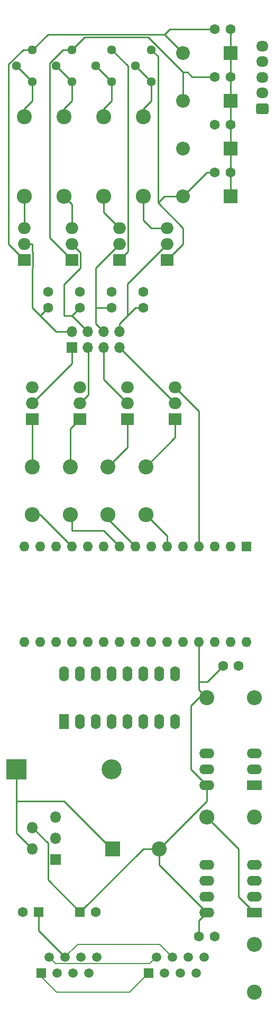
<source format=gbl>
G04 #@! TF.GenerationSoftware,KiCad,Pcbnew,8.0.4*
G04 #@! TF.CreationDate,2024-09-09T15:56:08+02:00*
G04 #@! TF.ProjectId,dmx_to_pwm,646d785f-746f-45f7-9077-6d2e6b696361,rev?*
G04 #@! TF.SameCoordinates,Original*
G04 #@! TF.FileFunction,Copper,L2,Bot*
G04 #@! TF.FilePolarity,Positive*
%FSLAX46Y46*%
G04 Gerber Fmt 4.6, Leading zero omitted, Abs format (unit mm)*
G04 Created by KiCad (PCBNEW 8.0.4) date 2024-09-09 15:56:08*
%MOMM*%
%LPD*%
G01*
G04 APERTURE LIST*
G04 Aperture macros list*
%AMRoundRect*
0 Rectangle with rounded corners*
0 $1 Rounding radius*
0 $2 $3 $4 $5 $6 $7 $8 $9 X,Y pos of 4 corners*
0 Add a 4 corners polygon primitive as box body*
4,1,4,$2,$3,$4,$5,$6,$7,$8,$9,$2,$3,0*
0 Add four circle primitives for the rounded corners*
1,1,$1+$1,$2,$3*
1,1,$1+$1,$4,$5*
1,1,$1+$1,$6,$7*
1,1,$1+$1,$8,$9*
0 Add four rect primitives between the rounded corners*
20,1,$1+$1,$2,$3,$4,$5,0*
20,1,$1+$1,$4,$5,$6,$7,0*
20,1,$1+$1,$6,$7,$8,$9,0*
20,1,$1+$1,$8,$9,$2,$3,0*%
G04 Aperture macros list end*
G04 #@! TA.AperFunction,ComponentPad*
%ADD10C,1.600000*%
G04 #@! TD*
G04 #@! TA.AperFunction,ComponentPad*
%ADD11R,2.200000X2.200000*%
G04 #@! TD*
G04 #@! TA.AperFunction,ComponentPad*
%ADD12O,2.200000X2.200000*%
G04 #@! TD*
G04 #@! TA.AperFunction,ComponentPad*
%ADD13C,1.440000*%
G04 #@! TD*
G04 #@! TA.AperFunction,ComponentPad*
%ADD14R,1.600000X1.600000*%
G04 #@! TD*
G04 #@! TA.AperFunction,ComponentPad*
%ADD15O,3.200000X3.200000*%
G04 #@! TD*
G04 #@! TA.AperFunction,ComponentPad*
%ADD16R,3.200000X3.200000*%
G04 #@! TD*
G04 #@! TA.AperFunction,ComponentPad*
%ADD17C,2.400000*%
G04 #@! TD*
G04 #@! TA.AperFunction,ComponentPad*
%ADD18O,2.400000X2.400000*%
G04 #@! TD*
G04 #@! TA.AperFunction,ComponentPad*
%ADD19R,2.000000X1.905000*%
G04 #@! TD*
G04 #@! TA.AperFunction,ComponentPad*
%ADD20O,2.000000X1.905000*%
G04 #@! TD*
G04 #@! TA.AperFunction,ComponentPad*
%ADD21C,1.500000*%
G04 #@! TD*
G04 #@! TA.AperFunction,ComponentPad*
%ADD22R,1.500000X1.500000*%
G04 #@! TD*
G04 #@! TA.AperFunction,ComponentPad*
%ADD23R,1.600000X2.400000*%
G04 #@! TD*
G04 #@! TA.AperFunction,ComponentPad*
%ADD24O,1.600000X2.400000*%
G04 #@! TD*
G04 #@! TA.AperFunction,ComponentPad*
%ADD25O,1.800000X1.800000*%
G04 #@! TD*
G04 #@! TA.AperFunction,ComponentPad*
%ADD26R,1.800000X1.800000*%
G04 #@! TD*
G04 #@! TA.AperFunction,ComponentPad*
%ADD27R,1.700000X1.700000*%
G04 #@! TD*
G04 #@! TA.AperFunction,ComponentPad*
%ADD28O,1.700000X1.700000*%
G04 #@! TD*
G04 #@! TA.AperFunction,ComponentPad*
%ADD29O,2.400000X1.600000*%
G04 #@! TD*
G04 #@! TA.AperFunction,ComponentPad*
%ADD30R,2.400000X1.600000*%
G04 #@! TD*
G04 #@! TA.AperFunction,ComponentPad*
%ADD31RoundRect,0.250000X0.725000X-0.600000X0.725000X0.600000X-0.725000X0.600000X-0.725000X-0.600000X0*%
G04 #@! TD*
G04 #@! TA.AperFunction,ComponentPad*
%ADD32O,1.950000X1.700000*%
G04 #@! TD*
G04 #@! TA.AperFunction,ComponentPad*
%ADD33R,2.400000X2.400000*%
G04 #@! TD*
G04 #@! TA.AperFunction,ComponentPad*
%ADD34O,1.600000X1.600000*%
G04 #@! TD*
G04 #@! TA.AperFunction,Conductor*
%ADD35C,0.250000*%
G04 #@! TD*
G04 #@! TA.AperFunction,Conductor*
%ADD36C,0.200000*%
G04 #@! TD*
G04 APERTURE END LIST*
D10*
X101600000Y-31750000D03*
X104100000Y-31750000D03*
X74930000Y-66080000D03*
X74930000Y-68580000D03*
D11*
X104140000Y-35560000D03*
D12*
X96520000Y-35560000D03*
D13*
X85090000Y-32510000D03*
X82550000Y-29970000D03*
X85090000Y-27430000D03*
D10*
X82510000Y-165040000D03*
D14*
X80010000Y-165040000D03*
D10*
X80010000Y-66080000D03*
X80010000Y-68580000D03*
D13*
X78740000Y-32510000D03*
X76200000Y-29970000D03*
X78740000Y-27430000D03*
D15*
X85090000Y-142240000D03*
D16*
X69850000Y-142240000D03*
D17*
X71120000Y-38100000D03*
D18*
X71120000Y-50800000D03*
D17*
X90170000Y-38100000D03*
D18*
X90170000Y-50800000D03*
D17*
X72390000Y-93980000D03*
D18*
X72390000Y-101600000D03*
D19*
X78740000Y-60960000D03*
D20*
X78740000Y-58420000D03*
X78740000Y-55880000D03*
D17*
X84490000Y-93980000D03*
D18*
X84490000Y-101600000D03*
D17*
X100330000Y-130810000D03*
D18*
X107950000Y-130810000D03*
D17*
X107950000Y-177800000D03*
D18*
X107950000Y-170180000D03*
D21*
X99857500Y-172220000D03*
X98587500Y-174760000D03*
X97317500Y-172220000D03*
X96047500Y-174760000D03*
X94777500Y-172220000D03*
X93507500Y-174760000D03*
X92237500Y-172220000D03*
D22*
X90967500Y-174760000D03*
D11*
X104140000Y-43180000D03*
D12*
X96520000Y-43180000D03*
D10*
X104100000Y-39370000D03*
X101600000Y-39370000D03*
D18*
X77470000Y-50800000D03*
D17*
X77470000Y-38100000D03*
D23*
X77470000Y-134620000D03*
D24*
X80010000Y-134620000D03*
X82550000Y-134620000D03*
X85090000Y-134620000D03*
X87630000Y-134620000D03*
X90170000Y-134620000D03*
X92710000Y-134620000D03*
X95250000Y-134620000D03*
X95250000Y-127000000D03*
X92710000Y-127000000D03*
X90170000Y-127000000D03*
X87630000Y-127000000D03*
X85090000Y-127000000D03*
X82550000Y-127000000D03*
X80010000Y-127000000D03*
X77470000Y-127000000D03*
D17*
X83820000Y-38100000D03*
D18*
X83820000Y-50800000D03*
D11*
X104140000Y-50800000D03*
D12*
X96520000Y-50800000D03*
D13*
X72390000Y-27430000D03*
X69850000Y-29970000D03*
X72390000Y-32510000D03*
D25*
X76090000Y-149840000D03*
X72390000Y-151540000D03*
X76090000Y-153240000D03*
X72390000Y-154940000D03*
D26*
X76090000Y-156640000D03*
D12*
X96520000Y-27940000D03*
D11*
X104140000Y-27940000D03*
D27*
X78740000Y-74930000D03*
D28*
X78740000Y-72390000D03*
X81280000Y-74930000D03*
X81280000Y-72390000D03*
X83820000Y-74930000D03*
X83820000Y-72390000D03*
X86360000Y-74930000D03*
X86360000Y-72390000D03*
D29*
X100330000Y-165100000D03*
X100330000Y-162560000D03*
X100330000Y-160020000D03*
X100330000Y-157480000D03*
X107950000Y-157480000D03*
X107950000Y-160020000D03*
X107950000Y-162560000D03*
D30*
X107950000Y-165100000D03*
D31*
X109220000Y-36830000D03*
D32*
X109220000Y-34330000D03*
X109220000Y-31830000D03*
X109220000Y-29330000D03*
X109220000Y-26830000D03*
D17*
X78440000Y-93980000D03*
D18*
X78440000Y-101600000D03*
D10*
X102910000Y-125730000D03*
X105410000Y-125730000D03*
D19*
X86360000Y-60960000D03*
D20*
X86360000Y-58420000D03*
X86360000Y-55880000D03*
D22*
X73782500Y-174760000D03*
D21*
X75052500Y-172220000D03*
X76322500Y-174760000D03*
X77592500Y-172220000D03*
X78862500Y-174760000D03*
X80132500Y-172220000D03*
X81402500Y-174760000D03*
X82672500Y-172220000D03*
D10*
X70871395Y-165040000D03*
D14*
X73371395Y-165040000D03*
D10*
X90170000Y-66080000D03*
X90170000Y-68580000D03*
X104100000Y-46990000D03*
X101600000Y-46990000D03*
D19*
X71120000Y-60960000D03*
D20*
X71120000Y-58420000D03*
X71120000Y-55880000D03*
D10*
X101560000Y-168910000D03*
X99060000Y-168910000D03*
D17*
X90540000Y-93980000D03*
D18*
X90540000Y-101600000D03*
D30*
X107950000Y-144780000D03*
D29*
X107950000Y-142240000D03*
X107950000Y-139700000D03*
X100330000Y-139700000D03*
X100330000Y-142240000D03*
X100330000Y-144780000D03*
D17*
X107950000Y-149860000D03*
D18*
X100330000Y-149860000D03*
D13*
X91440000Y-27430000D03*
X88900000Y-29970000D03*
X91440000Y-32510000D03*
D10*
X85090000Y-66080000D03*
X85090000Y-68580000D03*
D17*
X92710000Y-154940000D03*
D33*
X85210000Y-154940000D03*
D10*
X104100000Y-24130000D03*
X101600000Y-24130000D03*
D20*
X95250000Y-81280000D03*
X95250000Y-83820000D03*
D19*
X95250000Y-86360000D03*
D20*
X80010000Y-81280000D03*
X80010000Y-83820000D03*
D19*
X80010000Y-86360000D03*
X72390000Y-86360000D03*
D20*
X72390000Y-83820000D03*
X72390000Y-81280000D03*
D19*
X87630000Y-86360000D03*
D20*
X87630000Y-83820000D03*
X87630000Y-81280000D03*
D34*
X106680000Y-121920000D03*
X104140000Y-121920000D03*
X101600000Y-121920000D03*
X99060000Y-121920000D03*
X96520000Y-121920000D03*
X93980000Y-121920000D03*
X91440000Y-121920000D03*
X88900000Y-121920000D03*
X86360000Y-121920000D03*
X83820000Y-121920000D03*
X81280000Y-121920000D03*
X78740000Y-121920000D03*
X76200000Y-121920000D03*
X73660000Y-121920000D03*
X71120000Y-121920000D03*
X71120000Y-106680000D03*
X73660000Y-106680000D03*
X76200000Y-106680000D03*
X78740000Y-106680000D03*
X81280000Y-106680000D03*
X83820000Y-106680000D03*
X86360000Y-106680000D03*
X88900000Y-106680000D03*
X91440000Y-106680000D03*
X93980000Y-106680000D03*
X96520000Y-106680000D03*
X99060000Y-106680000D03*
X101600000Y-106680000D03*
X104140000Y-106680000D03*
D14*
X106680000Y-106680000D03*
D19*
X93980000Y-60960000D03*
D20*
X93980000Y-58420000D03*
X93980000Y-55880000D03*
D35*
X91440000Y-55880000D02*
X90170000Y-54610000D01*
X93980000Y-55880000D02*
X91440000Y-55880000D01*
X90170000Y-54610000D02*
X90170000Y-50800000D01*
X86360000Y-55880000D02*
X83820000Y-53340000D01*
X83820000Y-53340000D02*
X83820000Y-50800000D01*
X78740000Y-55880000D02*
X78740000Y-52070000D01*
X78740000Y-52070000D02*
X77470000Y-50800000D01*
X95250000Y-81280000D02*
X99060000Y-85090000D01*
X99060000Y-85090000D02*
X99060000Y-106680000D01*
D36*
X92237500Y-172220000D02*
X91187500Y-173270000D01*
X91187500Y-173270000D02*
X76102500Y-173270000D01*
X76102500Y-173270000D02*
X75052500Y-172220000D01*
D35*
X73660000Y-69850000D02*
X72390000Y-68580000D01*
X76200000Y-72390000D02*
X73660000Y-69850000D01*
X73660000Y-69850000D02*
X74930000Y-68580000D01*
X78740000Y-69850000D02*
X80010000Y-68580000D01*
X82550000Y-68580000D02*
X82550000Y-62230000D01*
X82550000Y-71120000D02*
X82550000Y-68580000D01*
X82550000Y-68580000D02*
X85090000Y-68580000D01*
X87630000Y-69850000D02*
X88900000Y-68580000D01*
X88900000Y-68580000D02*
X90170000Y-68580000D01*
X72390000Y-62292500D02*
X72445000Y-62237500D01*
X78740000Y-72390000D02*
X76200000Y-72390000D01*
X72445000Y-62237500D02*
X72445000Y-59737500D01*
X72390000Y-68580000D02*
X72390000Y-62292500D01*
X72445000Y-59737500D02*
X72390000Y-59682500D01*
X72390000Y-59682500D02*
X72390000Y-58420000D01*
X72390000Y-58420000D02*
X71120000Y-58420000D01*
X83820000Y-72390000D02*
X82550000Y-71120000D01*
X82550000Y-62230000D02*
X86360000Y-58420000D01*
X86360000Y-72390000D02*
X86360000Y-71120000D01*
X86360000Y-71120000D02*
X87630000Y-69850000D01*
X87630000Y-69850000D02*
X87630000Y-64770000D01*
X87630000Y-64770000D02*
X93980000Y-58420000D01*
X93530000Y-24950000D02*
X94350000Y-24130000D01*
X94350000Y-24130000D02*
X101600000Y-24130000D01*
X72390000Y-27430000D02*
X74870000Y-24950000D01*
X93530000Y-24950000D02*
X96520000Y-27940000D01*
X74870000Y-24950000D02*
X93530000Y-24950000D01*
X96520000Y-31032146D02*
X97237854Y-31032146D01*
X97237854Y-31032146D02*
X97955708Y-31750000D01*
X97955708Y-31750000D02*
X101600000Y-31750000D01*
X96520000Y-35560000D02*
X96520000Y-31032146D01*
X96520000Y-31032146D02*
X90887854Y-25400000D01*
X90887854Y-25400000D02*
X80770000Y-25400000D01*
X80770000Y-25400000D02*
X78740000Y-27430000D01*
X96520000Y-50800000D02*
X100330000Y-46990000D01*
X100330000Y-46990000D02*
X101600000Y-46990000D01*
X92485000Y-51845000D02*
X93530000Y-50800000D01*
X93530000Y-50800000D02*
X96520000Y-50800000D01*
X104100000Y-46990000D02*
X104100000Y-50760000D01*
X104100000Y-50760000D02*
X104140000Y-50800000D01*
X104140000Y-43180000D02*
X104140000Y-44450000D01*
X104140000Y-44450000D02*
X104100000Y-44490000D01*
X104100000Y-44490000D02*
X104100000Y-46990000D01*
X104100000Y-39370000D02*
X104100000Y-43140000D01*
X104100000Y-43140000D02*
X104140000Y-43180000D01*
X104140000Y-35560000D02*
X104140000Y-39330000D01*
X104140000Y-39330000D02*
X104100000Y-39370000D01*
X104100000Y-31750000D02*
X104100000Y-35520000D01*
X104100000Y-35520000D02*
X104140000Y-35560000D01*
X104140000Y-27940000D02*
X104140000Y-31710000D01*
X104140000Y-31710000D02*
X104100000Y-31750000D01*
X104100000Y-24130000D02*
X104100000Y-27900000D01*
X104100000Y-27900000D02*
X104140000Y-27940000D01*
X91440000Y-27430000D02*
X92485000Y-28475000D01*
X92485000Y-28475000D02*
X92485000Y-51845000D01*
X96520000Y-55880000D02*
X96520000Y-58420000D01*
X92485000Y-51845000D02*
X96520000Y-55880000D01*
X96520000Y-58420000D02*
X93980000Y-60960000D01*
X85090000Y-27430000D02*
X87685000Y-30025000D01*
X87685000Y-30025000D02*
X87685000Y-59635000D01*
X87685000Y-59635000D02*
X86360000Y-60960000D01*
X78740000Y-27430000D02*
X77262146Y-27430000D01*
X77262146Y-27430000D02*
X75155000Y-29537146D01*
X75155000Y-29537146D02*
X75155000Y-57375000D01*
X75155000Y-57375000D02*
X78740000Y-60960000D01*
X72390000Y-27430000D02*
X70912146Y-27430000D01*
X70912146Y-27430000D02*
X68580000Y-29762146D01*
X68580000Y-29762146D02*
X68580000Y-58420000D01*
X68580000Y-58420000D02*
X71120000Y-60960000D01*
X91440000Y-32510000D02*
X88900000Y-29970000D01*
X85090000Y-32510000D02*
X82550000Y-29970000D01*
X78740000Y-32510000D02*
X76200000Y-29970000D01*
X72390000Y-32510000D02*
X69850000Y-29970000D01*
X71120000Y-36830000D02*
X72390000Y-35560000D01*
X72390000Y-35560000D02*
X72390000Y-32510000D01*
X71120000Y-38100000D02*
X71120000Y-36830000D01*
X90170000Y-38100000D02*
X90170000Y-36830000D01*
X90170000Y-36830000D02*
X91440000Y-35560000D01*
X91440000Y-35560000D02*
X91440000Y-32510000D01*
X83820000Y-38100000D02*
X83820000Y-36830000D01*
X83820000Y-36830000D02*
X85090000Y-35560000D01*
X85090000Y-35560000D02*
X85090000Y-32510000D01*
X77470000Y-38100000D02*
X77470000Y-36830000D01*
X77470000Y-36830000D02*
X78740000Y-35560000D01*
X78740000Y-35560000D02*
X78740000Y-32510000D01*
X100330000Y-165100000D02*
X99060000Y-166370000D01*
X99060000Y-166370000D02*
X99060000Y-168910000D01*
X99060000Y-128270000D02*
X99060000Y-121920000D01*
X99060000Y-129540000D02*
X99060000Y-128270000D01*
X99060000Y-128270000D02*
X100370000Y-128270000D01*
X100370000Y-128270000D02*
X102910000Y-125730000D01*
X100330000Y-144780000D02*
X97790000Y-142240000D01*
X97790000Y-142240000D02*
X97790000Y-132080000D01*
X97790000Y-132080000D02*
X99060000Y-130810000D01*
X99060000Y-130810000D02*
X100330000Y-130810000D01*
X100330000Y-130810000D02*
X99060000Y-129540000D01*
X71120000Y-55880000D02*
X71120000Y-50800000D01*
X78740000Y-69850000D02*
X77470000Y-69850000D01*
X77470000Y-64832500D02*
X80065000Y-62237500D01*
X81280000Y-72390000D02*
X78740000Y-69850000D01*
X80065000Y-59745000D02*
X78740000Y-58420000D01*
X77470000Y-69850000D02*
X77470000Y-64832500D01*
X80065000Y-62237500D02*
X80065000Y-59745000D01*
X95250000Y-83820000D02*
X86360000Y-74930000D01*
X87630000Y-83820000D02*
X83820000Y-80010000D01*
X83820000Y-80010000D02*
X83820000Y-74930000D01*
X80010000Y-83820000D02*
X81335000Y-82495000D01*
X81335000Y-82495000D02*
X81335000Y-74985000D01*
X81335000Y-74985000D02*
X81280000Y-74930000D01*
X72390000Y-83820000D02*
X78740000Y-77470000D01*
X78740000Y-77470000D02*
X78740000Y-74930000D01*
X90540000Y-93980000D02*
X95250000Y-89270000D01*
X95250000Y-89270000D02*
X95250000Y-86360000D01*
X84490000Y-93980000D02*
X87630000Y-90840000D01*
X87630000Y-90840000D02*
X87630000Y-86360000D01*
X78440000Y-93980000D02*
X78440000Y-87930000D01*
X78440000Y-87930000D02*
X80010000Y-86360000D01*
X72390000Y-93980000D02*
X72390000Y-86360000D01*
X93980000Y-106680000D02*
X93980000Y-105040000D01*
X93980000Y-105040000D02*
X90540000Y-101600000D01*
X88900000Y-106680000D02*
X84490000Y-102270000D01*
X84490000Y-102270000D02*
X84490000Y-101600000D01*
X83820000Y-104140000D02*
X78740000Y-104140000D01*
X86360000Y-106680000D02*
X83820000Y-104140000D01*
X78740000Y-104140000D02*
X78740000Y-101900000D01*
X78740000Y-101900000D02*
X78440000Y-101600000D01*
X78740000Y-106680000D02*
X73660000Y-101600000D01*
X73660000Y-101600000D02*
X72390000Y-101600000D01*
X72390000Y-154940000D02*
X69850000Y-152400000D01*
X69850000Y-152400000D02*
X69850000Y-147320000D01*
X77470000Y-147320000D02*
X69850000Y-147320000D01*
X69850000Y-147320000D02*
X69850000Y-142240000D01*
X105410000Y-154940000D02*
X105410000Y-162560000D01*
X100330000Y-149860000D02*
X105410000Y-154940000D01*
X105410000Y-162560000D02*
X107950000Y-165100000D01*
X92710000Y-154940000D02*
X100330000Y-147320000D01*
X100330000Y-147320000D02*
X100330000Y-144780000D01*
D36*
X77565000Y-172220000D02*
X79605000Y-170180000D01*
X79605000Y-170180000D02*
X92737500Y-170180000D01*
X92737500Y-170180000D02*
X94777500Y-172220000D01*
D35*
X73371395Y-165040000D02*
X73371395Y-167998895D01*
X73371395Y-167998895D02*
X77592500Y-172220000D01*
D36*
X76245000Y-177800000D02*
X73782500Y-175337500D01*
X73782500Y-175337500D02*
X73782500Y-174760000D01*
D35*
X77470000Y-147320000D02*
X85090000Y-154940000D01*
X85090000Y-154940000D02*
X85210000Y-154940000D01*
X80010000Y-165040000D02*
X90110000Y-154940000D01*
X90110000Y-154940000D02*
X92710000Y-154940000D01*
X100330000Y-165100000D02*
X92710000Y-157480000D01*
X92710000Y-157480000D02*
X92710000Y-154940000D01*
D36*
X87927500Y-177800000D02*
X76245000Y-177800000D01*
X90967500Y-174760000D02*
X87927500Y-177800000D01*
D35*
X80010000Y-165040000D02*
X74865000Y-159895000D01*
X74865000Y-159895000D02*
X74865000Y-154015000D01*
X74865000Y-154015000D02*
X72390000Y-151540000D01*
M02*

</source>
